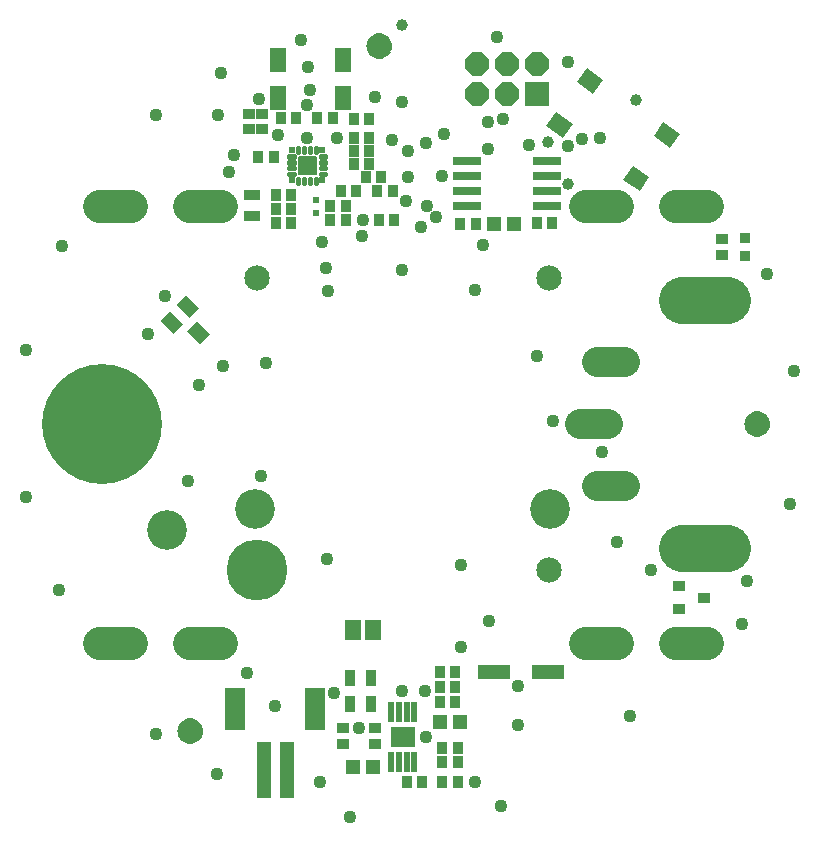
<source format=gts>
G75*
%MOIN*%
%OFA0B0*%
%FSLAX24Y24*%
%IPPOS*%
%LPD*%
%AMOC8*
5,1,8,0,0,1.08239X$1,22.5*
%
%ADD10C,0.1320*%
%ADD11C,0.0162*%
%ADD12R,0.0194X0.0194*%
%ADD13C,0.0050*%
%ADD14R,0.0217X0.0690*%
%ADD15R,0.0804X0.0678*%
%ADD16R,0.0336X0.0414*%
%ADD17R,0.0414X0.0336*%
%ADD18C,0.3997*%
%ADD19C,0.1005*%
%ADD20C,0.1562*%
%ADD21R,0.0930X0.0300*%
%ADD22R,0.0800X0.0800*%
%ADD23OC8,0.0800*%
%ADD24R,0.0375X0.0375*%
%ADD25R,0.0532X0.0375*%
%ADD26R,0.0572X0.0651*%
%ADD27R,0.0454X0.0611*%
%ADD28C,0.1110*%
%ADD29R,0.0375X0.0532*%
%ADD30R,0.0454X0.1871*%
%ADD31R,0.0690X0.1399*%
%ADD32R,0.0670X0.0572*%
%ADD33R,0.1084X0.0454*%
%ADD34R,0.0572X0.0808*%
%ADD35R,0.0493X0.0454*%
%ADD36R,0.0414X0.0375*%
%ADD37C,0.0847*%
%ADD38C,0.2029*%
%ADD39C,0.0397*%
%ADD40C,0.0436*%
%ADD41C,0.0239*%
D10*
X006086Y010416D03*
X009040Y011130D03*
X018880Y011130D03*
D11*
X011070Y021987D02*
X011062Y021987D01*
X011062Y022125D01*
X011070Y022125D01*
X011070Y021987D01*
X010873Y021987D02*
X010865Y021987D01*
X010865Y022125D01*
X010873Y022125D01*
X010873Y021987D01*
X010676Y021987D02*
X010668Y021987D01*
X010668Y022125D01*
X010676Y022125D01*
X010676Y021987D01*
X010479Y021987D02*
X010471Y021987D01*
X010471Y022125D01*
X010479Y022125D01*
X010479Y021987D01*
X010314Y022282D02*
X010314Y022290D01*
X010314Y022282D02*
X010176Y022282D01*
X010176Y022290D01*
X010314Y022290D01*
X010314Y022479D02*
X010314Y022487D01*
X010314Y022479D02*
X010176Y022479D01*
X010176Y022487D01*
X010314Y022487D01*
X010314Y022676D02*
X010314Y022684D01*
X010314Y022676D02*
X010176Y022676D01*
X010176Y022684D01*
X010314Y022684D01*
X010314Y022873D02*
X010314Y022881D01*
X010314Y022873D02*
X010176Y022873D01*
X010176Y022881D01*
X010314Y022881D01*
X010471Y023176D02*
X010479Y023176D01*
X010479Y023038D01*
X010471Y023038D01*
X010471Y023176D01*
X010668Y023176D02*
X010676Y023176D01*
X010676Y023038D01*
X010668Y023038D01*
X010668Y023176D01*
X010865Y023176D02*
X010873Y023176D01*
X010873Y023038D01*
X010865Y023038D01*
X010865Y023176D01*
X011062Y023176D02*
X011070Y023176D01*
X011070Y023038D01*
X011062Y023038D01*
X011062Y023176D01*
X011227Y022881D02*
X011227Y022873D01*
X011227Y022881D02*
X011365Y022881D01*
X011365Y022873D01*
X011227Y022873D01*
X011227Y022684D02*
X011227Y022676D01*
X011227Y022684D02*
X011365Y022684D01*
X011365Y022676D01*
X011227Y022676D01*
X011227Y022487D02*
X011227Y022479D01*
X011227Y022487D02*
X011365Y022487D01*
X011365Y022479D01*
X011227Y022479D01*
X011227Y022290D02*
X011227Y022282D01*
X011227Y022290D02*
X011365Y022290D01*
X011365Y022282D01*
X011227Y022282D01*
D12*
X011269Y022084D03*
X011269Y023080D03*
X010273Y023080D03*
X010273Y022080D03*
D13*
X010483Y022294D02*
X010483Y022869D01*
X011058Y022869D01*
X011058Y022294D01*
X010483Y022294D01*
X010483Y022296D02*
X011058Y022296D01*
X011058Y022345D02*
X010483Y022345D01*
X010483Y022393D02*
X011058Y022393D01*
X011058Y022442D02*
X010483Y022442D01*
X010483Y022490D02*
X011058Y022490D01*
X011058Y022539D02*
X010483Y022539D01*
X010483Y022587D02*
X011058Y022587D01*
X011058Y022636D02*
X010483Y022636D01*
X010483Y022684D02*
X011058Y022684D01*
X011058Y022733D02*
X010483Y022733D01*
X010483Y022781D02*
X011058Y022781D01*
X011058Y022830D02*
X010483Y022830D01*
X012919Y026256D02*
X012975Y026217D01*
X013037Y026188D01*
X013104Y026170D01*
X013172Y026164D01*
X013240Y026170D01*
X013307Y026188D01*
X013369Y026217D01*
X013425Y026256D01*
X013474Y026305D01*
X013513Y026361D01*
X013542Y026423D01*
X013560Y026490D01*
X013566Y026558D01*
X013560Y026626D01*
X013542Y026693D01*
X013513Y026755D01*
X013474Y026811D01*
X013425Y026860D01*
X013369Y026899D01*
X013307Y026928D01*
X013240Y026946D01*
X013172Y026952D01*
X013104Y026946D01*
X013037Y026928D01*
X012975Y026899D01*
X012919Y026860D01*
X012871Y026811D01*
X012831Y026755D01*
X012802Y026693D01*
X012784Y026626D01*
X012778Y026558D01*
X012784Y026490D01*
X012802Y026423D01*
X012831Y026361D01*
X012871Y026305D01*
X012919Y026256D01*
X012902Y026273D02*
X013442Y026273D01*
X013485Y026322D02*
X012859Y026322D01*
X012827Y026370D02*
X013517Y026370D01*
X013540Y026419D02*
X012804Y026419D01*
X012790Y026467D02*
X013554Y026467D01*
X013562Y026516D02*
X012782Y026516D01*
X012779Y026564D02*
X013565Y026564D01*
X013561Y026613D02*
X012783Y026613D01*
X012794Y026661D02*
X013551Y026661D01*
X013534Y026710D02*
X012810Y026710D01*
X012834Y026758D02*
X013511Y026758D01*
X013477Y026807D02*
X012867Y026807D01*
X012915Y026855D02*
X013430Y026855D01*
X013359Y026904D02*
X012985Y026904D01*
X012964Y026225D02*
X013380Y026225D01*
X013263Y026176D02*
X013082Y026176D01*
X025430Y014156D02*
X025401Y014094D01*
X025383Y014028D01*
X025377Y013960D01*
X025383Y013891D01*
X025401Y013825D01*
X025430Y013763D01*
X025469Y013706D01*
X025517Y013658D01*
X025574Y013619D01*
X025636Y013590D01*
X025702Y013572D01*
X025771Y013566D01*
X025839Y013572D01*
X025905Y013590D01*
X025967Y013619D01*
X026024Y013658D01*
X026072Y013706D01*
X026112Y013763D01*
X026141Y013825D01*
X026158Y013891D01*
X026164Y013960D01*
X026158Y014028D01*
X026141Y014094D01*
X026112Y014156D01*
X026072Y014213D01*
X026024Y014261D01*
X025967Y014300D01*
X025905Y014329D01*
X025839Y014347D01*
X025771Y014353D01*
X025702Y014347D01*
X025636Y014329D01*
X025574Y014300D01*
X025517Y014261D01*
X025469Y014213D01*
X025430Y014156D01*
X025426Y014148D02*
X026115Y014148D01*
X026138Y014100D02*
X025403Y014100D01*
X025389Y014051D02*
X026152Y014051D01*
X026160Y014003D02*
X025381Y014003D01*
X025377Y013954D02*
X026164Y013954D01*
X026160Y013906D02*
X025382Y013906D01*
X025392Y013857D02*
X026149Y013857D01*
X026133Y013809D02*
X025408Y013809D01*
X025431Y013760D02*
X026110Y013760D01*
X026076Y013712D02*
X025465Y013712D01*
X025512Y013663D02*
X026029Y013663D01*
X025959Y013615D02*
X025582Y013615D01*
X025768Y013566D02*
X025773Y013566D01*
X026083Y014197D02*
X025458Y014197D01*
X025501Y014245D02*
X026040Y014245D01*
X025977Y014294D02*
X025564Y014294D01*
X025683Y014342D02*
X025858Y014342D01*
X007214Y003920D02*
X007243Y003858D01*
X007261Y003792D01*
X007267Y003723D01*
X007261Y003655D01*
X007243Y003589D01*
X007214Y003526D01*
X007175Y003470D01*
X007126Y003422D01*
X007070Y003382D01*
X007008Y003353D01*
X006941Y003336D01*
X006873Y003330D01*
X006805Y003336D01*
X006738Y003353D01*
X006676Y003382D01*
X006620Y003422D01*
X006571Y003470D01*
X006532Y003526D01*
X006503Y003589D01*
X006485Y003655D01*
X006479Y003723D01*
X006485Y003792D01*
X006503Y003858D01*
X006532Y003920D01*
X006571Y003976D01*
X006620Y004025D01*
X006676Y004064D01*
X006738Y004093D01*
X006805Y004111D01*
X006873Y004117D01*
X006941Y004111D01*
X007008Y004093D01*
X007070Y004064D01*
X007126Y004025D01*
X007175Y003976D01*
X007214Y003920D01*
X007216Y003915D02*
X006529Y003915D01*
X006507Y003866D02*
X007239Y003866D01*
X007254Y003818D02*
X006492Y003818D01*
X006483Y003769D02*
X007263Y003769D01*
X007266Y003721D02*
X006479Y003721D01*
X006484Y003672D02*
X007262Y003672D01*
X007252Y003624D02*
X006494Y003624D01*
X006509Y003575D02*
X007237Y003575D01*
X007214Y003527D02*
X006532Y003527D01*
X006566Y003478D02*
X007180Y003478D01*
X007134Y003430D02*
X006612Y003430D01*
X006679Y003381D02*
X007067Y003381D01*
X006906Y003333D02*
X006840Y003333D01*
X006562Y003963D02*
X007184Y003963D01*
X007139Y004012D02*
X006606Y004012D01*
X006670Y004060D02*
X007076Y004060D01*
X006951Y004109D02*
X006795Y004109D01*
D14*
X013576Y004353D03*
X013832Y004353D03*
X014087Y004353D03*
X014343Y004353D03*
X014343Y002700D03*
X014087Y002700D03*
X013832Y002700D03*
X013576Y002700D03*
D15*
X013960Y003526D03*
D16*
X015200Y004708D03*
X015200Y005180D03*
X015711Y005180D03*
X015711Y004708D03*
X015711Y005692D03*
X015200Y005692D03*
X015278Y003172D03*
X015790Y003172D03*
X015790Y002700D03*
X015278Y002700D03*
X015278Y002030D03*
X015790Y002030D03*
X014609Y002030D03*
X014097Y002030D03*
X015869Y020613D03*
X016381Y020613D03*
X018428Y020652D03*
X018940Y020652D03*
X013664Y020771D03*
X013152Y020771D03*
X013113Y021715D03*
X013231Y022188D03*
X012719Y022188D03*
X012837Y022621D03*
X012837Y023054D03*
X012837Y023487D03*
X012326Y023487D03*
X012326Y023054D03*
X012326Y022621D03*
X012404Y021715D03*
X011893Y021715D03*
X012050Y021243D03*
X012050Y020771D03*
X011538Y020771D03*
X011538Y021243D03*
X010239Y021125D03*
X010239Y021597D03*
X009727Y021597D03*
X009727Y021125D03*
X009727Y020652D03*
X010239Y020652D03*
X009649Y022857D03*
X009137Y022857D03*
X009885Y024156D03*
X010397Y024156D03*
X011105Y024156D03*
X011617Y024156D03*
X012326Y024117D03*
X012837Y024117D03*
X013625Y021715D03*
D17*
X009274Y023782D03*
X008841Y023782D03*
X008841Y024294D03*
X009274Y024294D03*
X024589Y020121D03*
X024589Y019609D03*
X013015Y003822D03*
X013015Y003310D03*
X011952Y003310D03*
X011952Y003822D03*
D18*
X003920Y013960D03*
D19*
X019865Y013960D02*
X020810Y013960D01*
X020420Y016026D02*
X021365Y016026D01*
X021365Y011893D02*
X020420Y011893D01*
D20*
X023248Y009826D02*
X024750Y009826D01*
X024750Y018093D02*
X023248Y018093D01*
D21*
X018754Y021241D03*
X018754Y021741D03*
X018754Y022241D03*
X018754Y022741D03*
X016104Y022741D03*
X016104Y022241D03*
X016104Y021741D03*
X016104Y021241D03*
D22*
X018424Y024956D03*
D23*
X018424Y025956D03*
X017424Y025956D03*
X016424Y025956D03*
X016424Y024956D03*
X017424Y024956D03*
D24*
X025377Y020160D03*
X025377Y019570D03*
D25*
X008920Y020889D03*
X008920Y021597D03*
D26*
X012286Y007109D03*
X012956Y007109D03*
D27*
G36*
X006764Y017055D02*
X007085Y017376D01*
X007516Y016945D01*
X007195Y016624D01*
X006764Y017055D01*
G37*
G36*
X005887Y017403D02*
X006208Y017724D01*
X006639Y017293D01*
X006318Y016972D01*
X005887Y017403D01*
G37*
G36*
X006416Y017932D02*
X006737Y018253D01*
X007168Y017822D01*
X006847Y017501D01*
X006416Y017932D01*
G37*
D28*
X006835Y021243D02*
X007885Y021243D01*
X004885Y021243D02*
X003835Y021243D01*
X003835Y006676D02*
X004885Y006676D01*
X006835Y006676D02*
X007885Y006676D01*
X020035Y006676D02*
X021085Y006676D01*
X023035Y006676D02*
X024085Y006676D01*
X024085Y021243D02*
X023035Y021243D01*
X021085Y021243D02*
X020035Y021243D01*
D29*
X012897Y005495D03*
X012188Y005495D03*
X012188Y004629D03*
X012897Y004629D03*
D30*
X010101Y002424D03*
X009314Y002424D03*
D31*
X008369Y004471D03*
X011046Y004471D03*
D32*
G36*
X021851Y021713D02*
X021303Y022097D01*
X021631Y022565D01*
X022179Y022181D01*
X021851Y021713D01*
G37*
G36*
X022867Y023165D02*
X022319Y023549D01*
X022647Y024017D01*
X023195Y023633D01*
X022867Y023165D01*
G37*
G36*
X020304Y024960D02*
X019756Y025344D01*
X020084Y025812D01*
X020632Y025428D01*
X020304Y024960D01*
G37*
G36*
X019287Y023509D02*
X018739Y023893D01*
X019067Y024361D01*
X019615Y023977D01*
X019287Y023509D01*
G37*
D33*
X018802Y005692D03*
X016991Y005692D03*
D34*
X011971Y024826D03*
X011971Y026086D03*
X009806Y026086D03*
X009806Y024826D03*
D35*
X017011Y020613D03*
X017680Y020613D03*
X015869Y004038D03*
X015200Y004038D03*
X012956Y002542D03*
X012286Y002542D03*
D36*
X023172Y007798D03*
X023999Y008172D03*
X023172Y008546D03*
D37*
X018830Y009090D03*
X018830Y018830D03*
X009090Y018830D03*
D38*
X009090Y009090D03*
D39*
X019471Y021952D03*
X018802Y023349D03*
X021715Y024767D03*
X013920Y027247D03*
D40*
X005731Y003625D03*
X007778Y002306D03*
X009708Y004550D03*
X008763Y005652D03*
X011656Y004983D03*
X012503Y003841D03*
X013920Y005062D03*
X014708Y005062D03*
X015889Y006519D03*
X016834Y007385D03*
X015908Y009274D03*
X017798Y005219D03*
X017798Y003920D03*
X016361Y002030D03*
X017247Y001243D03*
X014727Y003526D03*
X012188Y000849D03*
X011204Y002030D03*
X011420Y009471D03*
X009215Y012227D03*
X006794Y012070D03*
X007168Y015259D03*
X007956Y015889D03*
X009393Y015987D03*
X011479Y018389D03*
X011400Y019176D03*
X011263Y020023D03*
X012601Y020219D03*
X012621Y020771D03*
X014078Y021400D03*
X014749Y021241D03*
X015062Y020849D03*
X014550Y020515D03*
X013920Y019097D03*
X016361Y018428D03*
X016637Y019924D03*
X015259Y022227D03*
X014747Y023330D03*
X015337Y023625D03*
X014117Y023054D03*
X013605Y023428D03*
X014117Y022188D03*
X011755Y023487D03*
X010771Y023487D03*
X009786Y023586D03*
X009156Y024806D03*
X007798Y024274D03*
X008330Y022916D03*
X008172Y022365D03*
X005731Y024255D03*
X007897Y025672D03*
X010578Y026751D03*
X010810Y025869D03*
X010849Y025101D03*
X010771Y024609D03*
X013015Y024845D03*
X013920Y024688D03*
X016794Y024019D03*
X017306Y024117D03*
X018172Y023251D03*
X019471Y023211D03*
X019944Y023467D03*
X020534Y023487D03*
X019471Y026026D03*
X017109Y026853D03*
X016794Y023113D03*
X018428Y016243D03*
X018960Y014058D03*
X020593Y013015D03*
X021086Y010023D03*
X022227Y009078D03*
X025278Y007306D03*
X025436Y008743D03*
X026853Y011282D03*
X027011Y015731D03*
X026105Y018960D03*
X021538Y004235D03*
X006026Y018211D03*
X005475Y016952D03*
X002582Y019885D03*
X001400Y016420D03*
X001400Y011538D03*
X002503Y008428D03*
D41*
X011066Y021007D03*
X011066Y021440D03*
X010928Y022444D03*
X010928Y022759D03*
X010613Y022759D03*
X010613Y022444D03*
M02*

</source>
